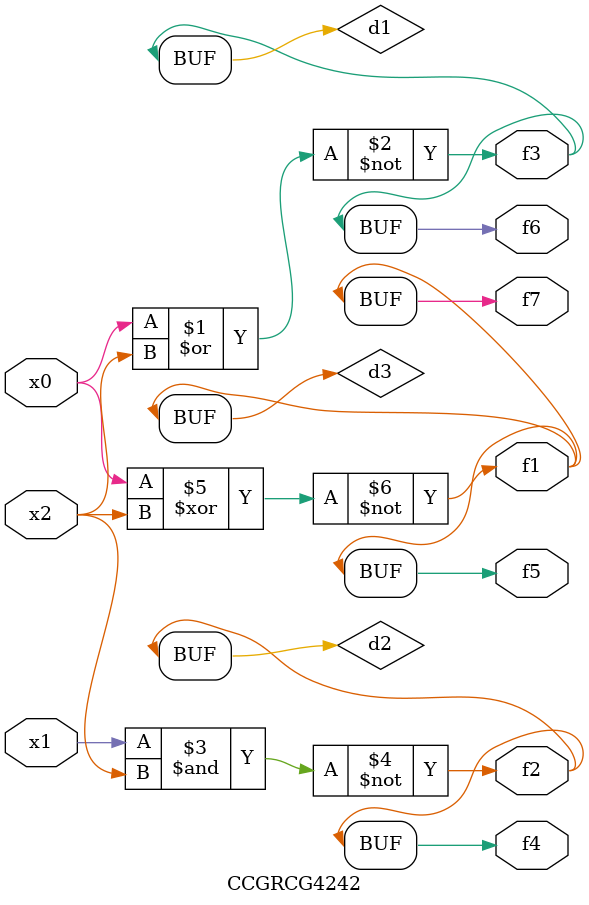
<source format=v>
module CCGRCG4242(
	input x0, x1, x2,
	output f1, f2, f3, f4, f5, f6, f7
);

	wire d1, d2, d3;

	nor (d1, x0, x2);
	nand (d2, x1, x2);
	xnor (d3, x0, x2);
	assign f1 = d3;
	assign f2 = d2;
	assign f3 = d1;
	assign f4 = d2;
	assign f5 = d3;
	assign f6 = d1;
	assign f7 = d3;
endmodule

</source>
